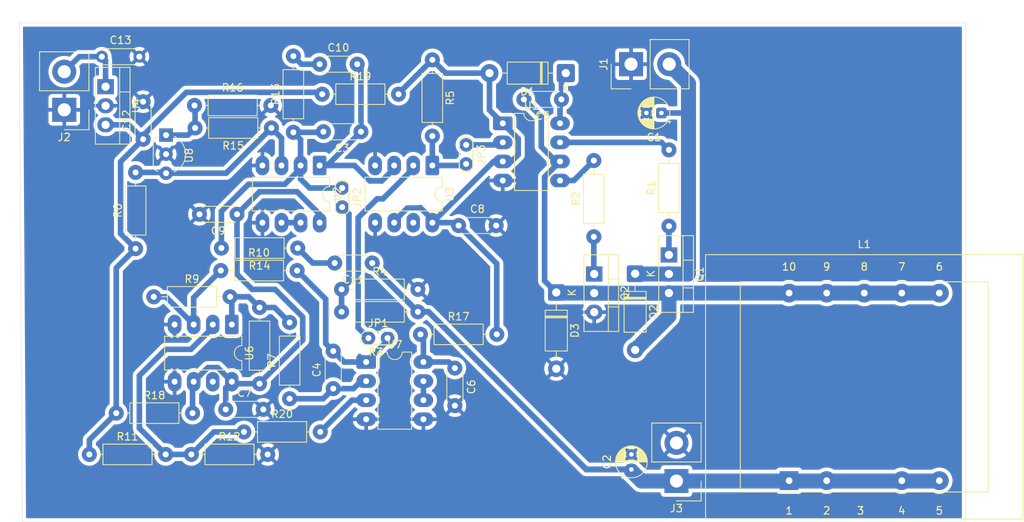
<source format=kicad_pcb>
(kicad_pcb (version 20241229) (generator "pcbnew") (generator_version "9.0")
  (layers (0 "F.Cu" signal) (2 "B.Cu" signal) (13 "F.Paste" user) (15 "B.Paste" user) (5 "F.SilkS" user "F.Silkscreen") (7 "B.SilkS" user "B.Silkscreen") (1 "F.Mask" user) (3 "B.Mask" user) (25 "Edge.Cuts" user))
  (net 0 "")
  (net 1 "Vout")
  (net 2 "Vs")
  (net 3 "PWM")
  (net 4 "Net-(JP3-B)")
  (net 5 "Vf")
  (net 6 "Net-(JP2-A)")
  (net 7 "Triangular")
  (net 8 "Net-(JP1-A)")
  (net 9 "Vcc")
  (net 10 "Vho")
  (net 11 "Net-(Q1-G)")
  (net 12 "Net-(Q2-G)")
  (net 13 "Vlo")
  (net 14 "GND")
  (net 15 "Vin")
  (net 16 "Net-(U2A-+)")
  (net 17 "Net-(R7-Pad2)")
  (net 18 "Net-(U7A--)")
  (net 19 "Net-(U6A-+)")
  (net 20 "Vcc{slash}2")
  (net 21 "Vreg")
  (net 22 "Net-(U7B--)")
  (net 25 "Net-(U3A-+)")
  (net 26 "Net-(U2B--)")
  (net 27 "Vb")
  (net 28 "Net-(C10-Pad1)")
  (net 29 "Net-(C11-Pad2)")
  (net 30 "Net-(U8-REF)")
  (footprint "Package_DIP:DIP-8_W7.62mm_LongPads" (layer "F.Cu") (at 158.81 67.69 -90)
    (property "Reference" "U6" (at 3.81 -2.33 90) (layer "F.SilkS"))
    (property "Value" "LM393")
    (pad "1" thru_hole roundrect (at 0 0 270) (size 2.6 1.8) (drill 0.8) (layers "*.Cu" "*.Mask") (roundrect_rratio 0.15625) (net 17 "Net-(R7-Pad2)"))
    (pad "2" thru_hole oval (at 0 2.54 270) (size 2.6 1.8) (drill 0.8) (layers "*.Cu" "*.Mask") (net 20 "Vcc{slash}2"))
    (pad "3" thru_hole oval (at 0 5.08 270) (size 2.6 1.8) (drill 0.8) (layers "*.Cu" "*.Mask") (net 19 "Net-(U6A-+)"))
    (pad "4" thru_hole oval (at 0 7.62 270) (size 2.6 1.8) (drill 0.8) (layers "*.Cu" "*.Mask") (net 14 "GND"))
    (pad "5" thru_hole oval (at 7.62 7.62 270) (size 2.6 1.8) (drill 0.8) (layers "*.Cu" "*.Mask") (net 14 "GND"))
    (pad "6" thru_hole oval (at 7.62 5.08 270) (size 2.6 1.8) (drill 0.8) (layers "*.Cu" "*.Mask") (net 9 "Vcc"))
    (pad "7" thru_hole oval (at 7.62 2.54 270) (size 2.6 1.8) (drill 0.8) (layers "*.Cu" "*.Mask"))
    (pad "8" thru_hole oval (at 7.62 0 270) (size 2.6 1.8) (drill 0.8) (layers "*.Cu" "*.Mask") (net 9 "Vcc"))
  )
  (footprint "Package_DIP:DIP-8_W7.62mm_LongPads" (layer "F.Cu") (at 170.5 46.5 -90)
    (property "Reference" "U2" (at 3.81 -2.33 90) (layer "F.SilkS"))
    (property "Value" "TL072")
    (pad "1" thru_hole roundrect (at 0 0 270) (size 2.6 1.8) (drill 0.8) (layers "*.Cu" "*.Mask") (roundrect_rratio 0.15625) (net 25 "Net-(U3A-+)"))
    (pad "2" thru_hole oval (at 0 2.54 270) (size 2.6 1.8) (drill 0.8) (layers "*.Cu" "*.Mask") (net 6 "Net-(JP2-A)"))
    (pad "3" thru_hole oval (at 0 5.08 270) (size 2.6 1.8) (drill 0.8) (layers "*.Cu" "*.Mask") (net 16 "Net-(U2A-+)"))
    (pad "4" thru_hole oval (at 0 7.62 270) (size 2.6 1.8) (drill 0.8) (layers "*.Cu" "*.Mask") (net 14 "GND"))
    (pad "5" thru_hole oval (at 7.62 7.62 270) (size 2.6 1.8) (drill 0.8) (layers "*.Cu" "*.Mask") (net 14 "GND"))
    (pad "6" thru_hole oval (at 7.62 5.08 270) (size 2.6 1.8) (drill 0.8) (layers "*.Cu" "*.Mask") (net 26 "Net-(U2B--)"))
    (pad "7" thru_hole oval (at 7.62 2.54 270) (size 2.6 1.8) (drill 0.8) (layers "*.Cu" "*.Mask") (net 26 "Net-(U2B--)"))
    (pad "8" thru_hole oval (at 7.62 0 270) (size 2.6 1.8) (drill 0.8) (layers "*.Cu" "*.Mask") (net 9 "Vcc"))
  )
  (footprint "Connector_Samtec_HPM_THT:Samtec_HPM-02-01-x-S_Straight_1x02_Pitch5.08mm" (layer "F.Cu") (at 136.5 39.08 180)
    (property "Reference" "J2" (at 0 -3.65 0) (layer "F.SilkS"))
    (property "Value" "Screw_Terminal_01x02")
    (pad "1" thru_hole rect (at 0 0 180) (size 3.2 3.2) (drill 1.75) (layers "*.Cu" "*.Mask") (net 14 "GND"))
    (pad "2" thru_hole circle (at 0 5.08 180) (size 3.2 3.2) (drill 1.75) (layers "*.Cu" "*.Mask") (net 21 "Vreg"))
  )
  (footprint "Resistor_THT:R_Axial_DIN0207_L6.3mm_D2.5mm_P10.16mm_Horizontal" (layer "F.Cu") (at 148.42 64)
    (property "Reference" "R9" (at 5.08 -2.37 0) (layer "F.SilkS"))
    (property "Value" "50k")
    (pad "1" thru_hole circle (at 0 0) (size 2 2) (drill 0.8) (layers "*.Cu" "*.Mask") (net 19 "Net-(U6A-+)"))
    (pad "2" thru_hole circle (at 10.16 0) (size 2 2) (drill 0.8) (layers "*.Cu" "*.Mask") (net 17 "Net-(R7-Pad2)"))
  )
  (footprint "Resistor_THT:R_Axial_DIN0207_L6.3mm_D2.5mm_P10.16mm_Horizontal" (layer "F.Cu") (at 160.42 82)
    (property "Reference" "R20" (at 5.08 -2.37 0) (layer "F.SilkS"))
    (property "Value" "0")
    (pad "1" thru_hole circle (at 0 0) (size 2 2) (drill 0.8) (layers "*.Cu" "*.Mask") (net 20 "Vcc{slash}2"))
    (pad "2" thru_hole circle (at 10.16 0) (size 2 2) (drill 0.8) (layers "*.Cu" "*.Mask") (net 20 "Vcc{slash}2"))
  )
  (footprint "Resistor_THT:R_Axial_DIN0207_L6.3mm_D2.5mm_P10.16mm_Horizontal" (layer "F.Cu") (at 167.58 57.5 180)
    (property "Reference" "R14" (at 5.08 -2.37 0) (layer "F.SilkS"))
    (property "Value" "R")
    (pad "1" thru_hole circle (at 0 0 180) (size 2 2) (drill 0.8) (layers "*.Cu" "*.Mask") (net 29 "Net-(C11-Pad2)"))
    (pad "2" thru_hole circle (at 10.16 0 180) (size 2 2) (drill 0.8) (layers "*.Cu" "*.Mask") (net 6 "Net-(JP2-A)"))
  )
  (footprint "Package_TO_SOT_THT:TO-220-3_Vertical" (layer "F.Cu") (at 142 36 -90)
    (property "Reference" "U4" (at 2.54 -4.1 90) (layer "F.SilkS"))
    (property "Value" "L7809")
    (pad "1" thru_hole rect (at 0 0 270) (size 2 2.2) (drill 1.1) (layers "*.Cu" "*.Mask") (net 21 "Vreg"))
    (pad "2" thru_hole oval (at 2.54 0 270) (size 2 2.2) (drill 1.1) (layers "*.Cu" "*.Mask") (net 14 "GND"))
    (pad "3" thru_hole oval (at 5.08 0 270) (size 2 2.2) (drill 1.1) (layers "*.Cu" "*.Mask") (net 9 "Vcc"))
  )
  (footprint "Capacitor_THT:C_Disc_D4.3mm_W1.9mm_P5.00mm" (layer "F.Cu") (at 172.31 76.23 90)
    (property "Reference" "C4" (at 2.5 -2.2 90) (layer "F.SilkS"))
    (property "Value" "220p")
    (pad "1" thru_hole circle (at 0 0 90) (size 2 2) (drill 0.8) (layers "*.Cu" "*.Mask") (net 18 "Net-(U7A--)"))
    (pad "2" thru_hole circle (at 5 0 90) (size 2 2) (drill 0.8) (layers "*.Cu" "*.Mask") (net 7 "Triangular"))
  )
  (footprint "Package_TO_SOT_THT:TO-92L_Inline_Wide" (layer "F.Cu") (at 150.05 42.45 -90)
    (property "Reference" "U8" (at 2.71 -3.05 90) (layer "F.SilkS"))
    (property "Value" "TL431LP")
    (pad "1" thru_hole rect (at 0 0 270) (size 1.8 1.8) (drill 0.8) (layers "*.Cu" "*.Mask") (net 30 "Net-(U8-REF)"))
    (pad "2" thru_hole circle (at 2.54 0 270) (size 1.8 1.8) (drill 0.8) (layers "*.Cu" "*.Mask") (net 14 "GND"))
    (pad "3" thru_hole circle (at 5.08 0 270) (size 1.8 1.8) (drill 0.8) (layers "*.Cu" "*.Mask") (net 16 "Net-(U2A-+)"))
  )
  (footprint "Resistor_THT:R_Axial_DIN0207_L6.3mm_D2.5mm_P10.16mm_Horizontal" (layer "F.Cu") (at 143.42 79.5)
    (property "Reference" "R18" (at 5.08 -2.37 0) (layer "F.SilkS"))
    (property "Value" "0")
    (pad "1" thru_hole circle (at 0 0) (size 2 2) (drill 0.8) (layers "*.Cu" "*.Mask") (net 9 "Vcc"))
    (pad "2" thru_hole circle (at 10.16 0) (size 2 2) (drill 0.8) (layers "*.Cu" "*.Mask") (net 9 "Vcc"))
  )
  (footprint "Package_TO_SOT_THT:TO-220-3_Vertical" (layer "F.Cu") (at 207.05 60.96 -90)
    (property "Reference" "Q2" (at 2.54 -4.1 90) (layer "F.SilkS"))
    (property "Value" "IRLZ44N")
    (pad "1" thru_hole rect (at 0 0 270) (size 2 2.2) (drill 1.1) (layers "*.Cu" "*.Mask") (net 12 "Net-(Q2-G)"))
    (pad "2" thru_hole oval (at 2.54 0 270) (size 2 2.2) (drill 1.1) (layers "*.Cu" "*.Mask") (net 2 "Vs"))
    (pad "3" thru_hole oval (at 5.08 0 270) (size 2 2.2) (drill 1.1) (layers "*.Cu" "*.Mask") (net 14 "GND"))
  )
  (footprint "TestPoint:TestPoint_2Pads_Pitch2.54mm_Drill0.8mm" (layer "F.Cu") (at 173.5 49.5 -90)
    (property "Reference" "JP2" (at 1.3 -2 90) (layer "F.SilkS"))
    (property "Value" "Jumper_2_Bridged")
    (pad "1" thru_hole circle (at 0 0 270) (size 1.8 1.8) (drill 0.8) (layers "*.Cu" "*.Mask") (net 6 "Net-(JP2-A)"))
    (pad "2" thru_hole circle (at 2.54 0 270) (size 1.8 1.8) (drill 0.8) (layers "*.Cu" "*.Mask") (net 5 "Vf"))
  )
  (footprint "TestPoint:TestPoint_2Pads_Pitch2.54mm_Drill0.8mm" (layer "F.Cu") (at 190 43.75 -90)
    (property "Reference" "JP3" (at 1.3 -2 90) (layer "F.SilkS"))
    (property "Value" "Jumper_2_Bridged")
    (pad "1" thru_hole circle (at 0 0 270) (size 1.8 1.8) (drill 0.8) (layers "*.Cu" "*.Mask") (net 3 "PWM"))
    (pad "2" thru_hole circle (at 2.54 0 270) (size 1.8 1.8) (drill 0.8) (layers "*.Cu" "*.Mask") (net 4 "Net-(JP3-B)"))
  )
  (footprint "Resistor_THT:R_Axial_DIN0207_L6.3mm_D2.5mm_P10.16mm_Horizontal" (layer "F.Cu") (at 166.5 77.58 90)
    (property "Reference" "R7" (at 5.08 -2.37 90) (layer "F.SilkS"))
    (property "Value" "27k")
    (pad "1" thru_hole circle (at 0 0 90) (size 2 2) (drill 0.8) (layers "*.Cu" "*.Mask") (net 18 "Net-(U7A--)"))
    (pad "2" thru_hole circle (at 10.16 0 90) (size 2 2) (drill 0.8) (layers "*.Cu" "*.Mask") (net 17 "Net-(R7-Pad2)"))
  )
  (footprint "Diode_THT:D_DO-41_SOD81_P10.16mm_Horizontal" (layer "F.Cu") (at 202 63.42 -90)
    (property "Reference" "D3" (at 5.08 -2.47 90) (layer "F.SilkS"))
    (property "Value" "1N5819")
    (fp_text user "K" (at 0 -2.1 90) (layer "F.SilkS"))
    (pad "1" thru_hole roundrect (at 0 0 270) (size 2.2 2.2) (drill 1.1) (layers "*.Cu" "*.Mask") (roundrect_rratio 0.113636) (net 2 "Vs"))
    (pad "2" thru_hole circle (at 10.16 0 270) (size 2.2 2.2) (drill 1.1) (layers "*.Cu" "*.Mask") (net 14 "GND"))
  )
  (footprint "Resistor_THT:R_Axial_DIN0207_L6.3mm_D2.5mm_P10.16mm_Horizontal" (layer "F.Cu") (at 153.42 85)
    (property "Reference" "R12" (at 5.08 -2.37 0) (layer "F.SilkS"))
    (property "Value" "10k")
    (pad "1" thru_hole circle (at 0 0) (size 2 2) (drill 0.8) (layers "*.Cu" "*.Mask") (net 20 "Vcc{slash}2"))
    (pad "2" thru_hole circle (at 10.16 0) (size 2 2) (drill 0.8) (layers "*.Cu" "*.Mask") (net 14 "GND"))
  )
  (footprint "Capacitor_THT:CP_Radial_D4.0mm_P2.00mm" (layer "F.Cu") (at 212 87 90)
    (property "Reference" "C2" (at 1 -3.25 90) (layer "F.SilkS"))
    (property "Value" "47u")
    (pad "1" thru_hole roundrect (at 0 0 90) (size 1.4 1.4) (drill 0.6) (layers "*.Cu" "*.Mask") (roundrect_rratio 0.208333) (net 1 "Vout"))
    (pad "2" thru_hole circle (at 2 0 90) (size 1.4 1.4) (drill 0.6) (layers "*.Cu" "*.Mask") (net 14 "GND"))
  )
  (footprint "Capacitor_THT:C_Disc_D4.3mm_W1.9mm_P5.00mm" (layer "F.Cu") (at 188.5 73.5 -90)
    (property "Reference" "C6" (at 2.5 -2.2 90) (layer "F.SilkS"))
    (property "Value" "100n")
    (pad "1" thru_hole circle (at 0 0 270) (size 2 2) (drill 0.8) (layers "*.Cu" "*.Mask") (net 9 "Vcc"))
    (pad "2" thru_hole circle (at 5 0 270) (size 2 2) (drill 0.8) (layers "*.Cu" "*.Mask") (net 14 "GND"))
  )
  (footprint "Capacitor_THT:C_Disc_D4.3mm_W1.9mm_P5.00mm" (layer "F.Cu") (at 158 79)
    (property "Reference" "C7" (at 2.5 -2.2 0) (layer "F.SilkS"))
    (property "Value" "100n")
    (pad "1" thru_hole circle (at 0 0) (size 2 2) (drill 0.8) (layers "*.Cu" "*.Mask") (net 9 "Vcc"))
    (pad "2" thru_hole circle (at 5 0) (size 2 2) (drill 0.8) (layers "*.Cu" "*.Mask") (net 14 "GND"))
  )
  (footprint "Package_DIP:DIP-8_W7.62mm_LongPads" (layer "F.Cu") (at 176.69 72.69)
    (property "Reference" "U7" (at 3.81 -2.33 0) (layer "F.SilkS"))
    (property "Value" "TL072")
    (pad "1" thru_hole roundrect (at 0 0) (size 2.6 1.8) (drill 0.8) (layers "*.Cu" "*.Mask") (roundrect_rratio 0.15625) (net 7 "Triangular"))
    (pad "2" thru_hole oval (at 0 2.54) (size 2.6 1.8) (drill 0.8) (layers "*.Cu" "*.Mask") (net 18 "Net-(U7A--)"))
    (pad "3" thru_hole oval (at 0 5.08) (size 2.6 1.8) (drill 0.8) (layers "*.Cu" "*.Mask") (net 20 "Vcc{slash}2"))
    (pad "4" thru_hole oval (at 0 7.62) (size 2.6 1.8) (drill 0.8) (layers "*.Cu" "*.Mask") (net 14 "GND"))
    (pad "5" thru_hole oval (at 7.62 7.62) (size 2.6 1.8) (drill 0.8) (layers "*.Cu" "*.Mask") (net 14 "GND"))
    (pad "6" thru_hole oval (at 7.62 5.08) (size 2.6 1.8) (drill 0.8) (layers "*.Cu" "*.Mask") (net 22 "Net-(U7B--)"))
    (pad "7" thru_hole oval (at 7.62 2.54) (size 2.6 1.8) (drill 0.8) (layers "*.Cu" "*.Mask") (net 22 "Net-(U7B--)"))
    (pad "8" thru_hole oval (at 7.62 0) (size 2.6 1.8) (drill 0.8) (layers "*.Cu" "*.Mask") (net 9 "Vcc"))
  )
  (footprint "Resistor_THT:R_Axial_DIN0207_L6.3mm_D2.5mm_P10.16mm_Horizontal" (layer "F.Cu") (at 164.08 41.5 180)
    (property "Reference" "R15" (at 5.08 -2.37 0) (layer "F.SilkS"))
    (property "Value" "9k")
    (pad "1" thru_hole circle (at 0 0 180) (size 2 2) (drill 0.8) (layers "*.Cu" "*.Mask") (net 16 "Net-(U2A-+)"))
    (pad "2" thru_hole circle (at 10.16 0 180) (size 2 2) (drill 0.8) (layers "*.Cu" "*.Mask") (net 30 "Net-(U8-REF)"))
  )
  (footprint "Capacitor_THT:C_Disc_D4.3mm_W1.9mm_P5.00mm" (layer "F.Cu") (at 202.69 37.69 180)
    (property "Reference" "C5" (at 2.5 -2.2 0) (layer "F.SilkS"))
    (property "Value" "10n")
    (pad "1" thru_hole circle (at 0 0 180) (size 2 2) (drill 0.8) (layers "*.Cu" "*.Mask") (net 27 "Vb"))
    (pad "2" thru_hole circle (at 5 0 180) (size 2 2) (drill 0.8) (layers "*.Cu" "*.Mask") (net 2 "Vs"))
  )
  (footprint "Capacitor_THT:C_Disc_D4.3mm_W1.9mm_P5.00mm" (layer "F.Cu") (at 189 54.5)
    (property "Reference" "C8" (at 2.5 -2.2 0) (layer "F.SilkS"))
    (property "Value" "100n")
    (pad "1" thru_hole circle (at 0 0) (size 2 2) (drill 0.8) (layers "*.Cu" "*.Mask") (net 9 "Vcc"))
    (pad "2" thru_hole circle (at 5 0) (size 2 2) (drill 0.8) (layers "*.Cu" "*.Mask") (net 14 "GND"))
  )
  (footprint "Resistor_THT:R_Axial_DIN0207_L6.3mm_D2.5mm_P10.16mm_Horizontal" (layer "F.Cu") (at 146 57.58 90)
    (property "Reference" "R6" (at 5.08 -2.37 90) (layer "F.SilkS"))
    (property "Value" "1k")
    (pad "1" thru_hole circle (at 0 0 90) (size 2 2) (drill 0.8) (layers "*.Cu" "*.Mask") (net 9 "Vcc"))
    (pad "2" thru_hole circle (at 10.16 0 90) (size 2 2) (drill 0.8) (layers "*.Cu" "*.Mask") (net 16 "Net-(U2A-+)"))
  )
  (footprint "Resistor_THT:R_Axial_DIN0207_L6.3mm_D2.5mm_P10.16mm_Horizontal" (layer "F.Cu") (at 217 54.58 90)
    (property "Reference" "R1" (at 5.08 -2.37 90) (layer "F.SilkS"))
    (property "Value" "10")
    (pad "1" thru_hole circle (at 0 0 90) (size 2 2) (drill 0.8) (layers "*.Cu" "*.Mask") (net 11 "Net-(Q1-G)"))
    (pad "2" thru_hole circle (at 10.16 0 90) (size 2 2) (drill 0.8) (layers "*.Cu" "*.Mask") (net 10 "Vho"))
  )
  (footprint "Package_TO_SOT_THT:TO-220-3_Vertical" (layer "F.Cu") (at 217 58.42 -90)
    (property "Reference" "Q1" (at 2.54 -4.1 90) (layer "F.SilkS"))
    (property "Value" "IRLZ44N")
    (pad "1" thru_hole rect (at 0 0 270) (size 2 2.2) (drill 1.1) (layers "*.Cu" "*.Mask") (net 11 "Net-(Q1-G)"))
    (pad "2" thru_hole oval (at 2.54 0 270) (size 2 2.2) (drill 1.1) (layers "*.Cu" "*.Mask") (net 15 "Vin"))
    (pad "3" thru_hole oval (at 5.08 0 270) (size 2 2.2) (drill 1.1) (layers "*.Cu" "*.Mask") (net 2 "Vs"))
  )
  (footprint "Capacitor_THT:C_Disc_D4.3mm_W1.9mm_P5.00mm" (layer "F.Cu") (at 177.5 59.5 180)
    (property "Reference" "C11" (at 2.5 -2.2 0) (layer "F.SilkS"))
    (property "Value" "C")
    (pad "1" thru_hole circle (at 0 0 180) (size 2 2) (drill 0.8) (layers "*.Cu" "*.Mask") (net 1 "Vout"))
    (pad "2" thru_hole circle (at 5 0 180) (size 2 2) (drill 0.8) (layers "*.Cu" "*.Mask") (net 29 "Net-(C11-Pad2)"))
  )
  (footprint "Resistor_THT:R_Axial_DIN0207_L6.3mm_D2.5mm_P10.16mm_Horizontal" (layer "F.Cu") (at 183.92 69)
    (property "Reference" "R17" (at 5.08 -2.37 0) (layer "F.SilkS"))
    (property "Value" "0")
    (pad "1" thru_hole circle (at 0 0) (size 2 2) (drill 0.8) (layers "*.Cu" "*.Mask") (net 9 "Vcc"))
    (pad "2" thru_hole circle (at 10.16 0) (size 2 2) (drill 0.8) (layers "*.Cu" "*.Mask") (net 9 "Vcc"))
  )
  (footprint "TestPoint:TestPoint_2Pads_Pitch2.54mm_Drill0.8mm" (layer "F.Cu") (at 177 69.5)
    (property "Reference" "JP1" (at 1.3 -2 0) (layer "F.SilkS"))
    (property "Value" "Jumper_2_Bridged")
    (pad "1" thru_hole circle (at 0 0) (size 1.8 1.8) (drill 0.8) (layers "*.Cu" "*.Mask") (net 8 "Net-(JP1-A)"))
    (pad "2" thru_hole circle (at 2.54 0) (size 1.8 1.8) (drill 0.8) (layers "*.Cu" "*.Mask") (net 7 "Triangular"))
  )
  (footprint "Capacitor_THT:C_Disc_D4.3mm_W1.9mm_P5.00mm" (layer "F.Cu") (at 147 43 90)
    (property "Reference" "C12" (at 2.5 -2.2 90) (layer "F.SilkS"))
    (property "Value" "10n")
    (pad "1" thru_hole circle (at 0 0 90) (size 2 2) (drill 0.8) (layers "*.Cu" "*.Mask") (net 9 "Vcc"))
    (pad "2" thru_hole circle (at 5 0 90) (size 2 2) (drill 0.8) (layers "*.Cu" "*.Mask") (net 14 "GND"))
  )
  (footprint "Capacitor_THT:C_Disc_D4.3mm_W1.9mm_P5.00mm" (layer "F.Cu") (at 170.5 33)
    (property "Reference" "C10" (at 2.5 -2.2 0) (layer "F.SilkS"))
    (property "Value" "C")
    (pad "1" thru_hole circle (at 0 0) (size 2 2) (drill 0.8) (layers "*.Cu" "*.Mask") (net 28 "Net-(C10-Pad1)"))
    (pad "2" thru_hole circle (at 5 0) (size 2 2) (drill 0.8) (layers "*.Cu" "*.Mask") (net 25 "Net-(U3A-+)"))
  )
  (footprint "Capacitor_THT:CP_Radial_D4.0mm_P2.00mm" (layer "F.Cu") (at 216 39.5 180)
    (property "Reference" "C1" (at 1 -3.25 0) (layer "F.SilkS"))
    (property "Value" "100u")
    (pad "1" thru_hole roundrect (at 0 0 180) (size 1.4 1.4) (drill 0.6) (layers "*.Cu" "*.Mask") (roundrect_rratio 0.208333) (net 15 "Vin"))
    (pad "2" thru_hole circle (at 2 0 180) (size 1.4 1.4) (drill 0.6) (layers "*.Cu" "*.Mask") (net 14 "GND"))
  )
  (footprint "Resistor_THT:R_Axial_DIN0207_L6.3mm_D2.5mm_P10.16mm_Horizontal" (layer "F.Cu") (at 207 56 90)
    (property "Reference" "R2" (at 5.08 -2.37 90) (layer "F.SilkS"))
    (property "Value" "10")
    (pad "1" thru_hole circle (at 0 0 90) (size 2 2) (drill 0.8) (layers "*.Cu" "*.Mask") (net 12 "Net-(Q2-G)"))
    (pad "2" thru_hole circle (at 10.16 0 90) (size 2 2) (drill 0.8) (layers "*.Cu" "*.Mask") (net 13 "Vlo"))
  )
  (footprint "Resistor_THT:R_Axial_DIN0207_L6.3mm_D2.5mm_P10.16mm_Horizontal" (layer "F.Cu") (at 157.34 60.5)
    (property "Reference" "R10" (at 5.08 -2.37 0) (layer "F.SilkS"))
    (property "Value" "24k")
    (pad "1" thru_hole circle (at 0 0) (size 2 2) (drill 0.8) (layers "*.Cu" "*.Mask") (net 19 "Net-(U6A-+)"))
    (pad "2" thru_hole circle (at 10.16 0) (size 2 2) (drill 0.8) (layers "*.Cu" "*.Mask") (net 7 "Triangular"))
  )
  (footprint "Resistor_THT:R_Axial_DIN0207_L6.3mm_D2.5mm_P10.16mm_Horizontal" (layer "F.Cu") (at 162.5 75.58 90)
    (property "Reference" "R8" (hide yes))
    (property "Value" "820")
    (pad "1" thru_hole circle (at 0 0 90) (size 2 2) (drill 0.8) (layers "*.Cu" "*.Mask") (net 9 "Vcc"))
    (pad "2" thru_hole circle (at 10.16 0 90) (size 2 2) (drill 0.8) (layers "*.Cu" "*.Mask") (net 17 "Net-(R7-Pad2)"))
  )
  (footprint "Resistor_THT:R_Axial_DIN0207_L6.3mm_D2.5mm_P10.16mm_Horizontal" (layer "F.Cu") (at 185.5 32.42 -90)
    (property "Reference" "R5" (at 5.08 -2.37 90) (layer "F.SilkS"))
    (property "Value" "820")
    (pad "1" thru_hole circle (at 0 0 270) (size 2 2) (drill 0.8) (layers "*.Cu" "*.Mask") (net 9 "Vcc"))
    (pad "2" thru_hole circle (at 10.16 0 270) (size 2 2) (drill 0.8) (layers "*.Cu" "*.Mask") (net 4 "Net-(JP3-B)"))
  )
  (footprint "Package_DIP:DIP-8_W7.62mm_LongPads" (layer "F.Cu") (at 185.5 46.5 -90)
    (property "Reference" "U3" (at 3.81 -2.33 90) (layer "F.SilkS"))
    (property "Value" "LM393")
    (pad "1" thru_hole roundrect (at 0 0 270) (size 2.6 1.8) (drill 0.8) (layers "*.Cu" "*.Mask") (roundrect_rratio 0.15625) (net 4 "Net-(JP3-B)"))
    (pad "2" thru_hole oval (at 0 2.54 270) (size 2.6 1.8) (drill 0.8) (layers "*.Cu" "*.Mask") (net 8 "Net-(JP1-A)"))
    (pad "3" thru_hole oval (at 0 5.08 270) (size 2.6 1.8) (drill 0.8) (layers "*.Cu" "*.Mask") (net 25 "Net-(U3A-+)"))
    (pad "4" thru_hole oval (at 0 7.62 270) (size 2.6 1.8) (drill 0.8) (layers "*.Cu" "*.Mask") (net 14 "GND"))
    (pad "5" thru_hole oval (at 7.62 7.62 270) (size 2.6 1.8) (drill 0.8) (layers "*.Cu" "*.Mask") (net 14 "GND"))
    (pad "6" thru_hole oval (at 7.62 5.08 270) (size 2.6 1.8) (drill 0.8) (layers "*.Cu" "*.Mask") (net 9 "Vcc"))
    (pad "7" thru_hole oval (at 7.62 2.54 270) (size 2.6 1.8) (drill 0.8) (layers "*.Cu" "*.Mask"))
    (pad "8" thru_hole oval (at 7.62 0 270) (size 2.6 1.8) (drill 0.8) (layers "*.Cu" "*.Mask") (net 9 "Vcc"))
  )
  (footprint "Package_DIP:DIP-8_W7.62mm_LongPads" (layer "F.Cu") (at 194.88 40.88)
    (property "Reference" "U1" (at 3.81 -2.33 0) (layer "F.SilkS"))
    (property "Value" "IR2104")
    (pad "1" thru_hole roundrect (at 0 0) (size 2.6 1.8) (drill 0.8) (layers "*.Cu" "*.Mask") (roundrect_rratio 0.15625) (net 9 "Vcc"))
    (pad "2" thru_hole oval (at 0 2.54) (size 2.6 1.8) (drill 0.8) (layers "*.Cu" "*.Mask") (net 3 "PWM"))
    (pad "3" thru_hole oval (at 0 5.08) (size 2.6 1.8) (drill 0.8) (layers "*.Cu" "*.Mask") (net 9 "Vcc"))
    (pad "4" thru_hole oval (at 0 7.62) (size 2.6 1.8) (drill 0.8) (layers "*.Cu" "*.Mask") (net 14 "GND"))
    (pad "5" thru_hole oval (at 7.62 7.62) (size 2.6 1.8) (drill 0.8) (layers "*.Cu" "*.Mask") (net 13 "Vlo"))
    (pad "6" thru_hole oval (at 7.62 5.08) (size 2.6 1.8) (drill 0.8) (layers "*.Cu" "*.Mask") (net 2 "Vs"))
    (pad "7" thru_hole oval (at 7.62 2.54) (size 2.6 1.8) (drill 0.8) (layers "*.Cu" "*.Mask") (net 10 "Vho"))
    (pad "8" thru_hole oval (at 7.62 0) (size 2.6 1.8) (drill 0.8) (layers "*.Cu" "*.Mask") (net 27 "Vb"))
  )
  (footprint "Diode_THT:D_DO-41_SOD81_P10.16mm_Horizontal" (layer "F.Cu") (at 203.27 34.19 180)
    (property "Reference" "D1" (at 5.08 -2.47 0) (layer "F.SilkS"))
    (property "Value" "1N5819")
    (fp_text user "K" (at 0 -2.1 0) (layer "F.SilkS"))
    (pad "1" thru_hole roundrect (at 0 0 180) (size 2.4 2.4) (drill 1.1) (layers "*.Cu" "*.Mask") (roundrect_rratio 0.113636) (net 27 "Vb"))
    (pad "2" thru_hole circle (at 10.16 0 180) (size 2.4 2.4) (drill 1.1) (layers "*.Cu" "*.Mask") (net 9 "Vcc"))
  )
  (footprint "Resistor_THT:R_Axial_DIN0207_L6.3mm_D2.5mm_P10.16mm_Horizontal" (layer "F.Cu") (at 139.84 85)
    (property "Reference" "R11" (at 5.08 -2.37 0) (layer "F.SilkS"))
    (property "Value" "10k")
    (pad "1" thru_hole circle (at 0 0) (size 2 2) (drill 0.8) (layers "*.Cu" "*.Mask") (net 9 "Vcc"))
    (pad "2" thru_hole circle (at 10.16 0) (size 2 2) (drill 0.8) (layers "*.Cu" "*.Mask") (net 20 "Vcc{slash}2"))
  )
  (footprint "Connector_Samtec_HPM_THT:Samtec_HPM-02-01-x-S_Straight_1x02_Pitch5.08mm" (layer "F.Cu") (at 211.955 33 90)
    (property "Reference" "J1" (at 0 -3.65 90) (layer "F.SilkS"))
    (property "Value" "Screw_Terminal_01x02")
    (pad "1" thru_hole rect (at 0 0 90) (size 3.2 3.2) (drill 1.75) (layers "*.Cu" "*.Mask") (net 14 "GND"))
    (pad "2" thru_hole circle (at 0 5.08 90) (size 3.2 3.2) (drill 1.75) (layers "*.Cu" "*.Mask") (net 15 "Vin"))
  )
  (footprint "Capacitor_THT:C_Disc_D4.3mm_W1.9mm_P5.00mm" (layer "F.Cu") (at 159.5 53 180)
    (property "Reference" "C9" (at 2.5 -2.2 0) (layer "F.SilkS"))
    (property "Value" "100n")
    (pad "1" thru_hole circle (at 0 0 180) (size 2 2) (drill 0.8) (layers "*.Cu" "*.Mask") (net 9 "Vcc"))
    (pad "2" thru_hole circle (at 5 0 180) (size 2 2) (drill 0.8) (layers "*.Cu" "*.Mask") (net 14 "GND"))
  )
  (footprint "Capacitor_THT:C_Disc_D4.3mm_W1.9mm_P5.00mm" (layer "F.Cu") (at 176 42 180)
    (property "Reference" "C3" (at 2.5 -2.2 0) (layer "F.SilkS"))
    (property "Value" "C")
    (pad "1" thru_hole circle (at 0 0 180) (size 2 2) (drill 0.8) (layers "*.Cu" "*.Mask") (net 25 "Net-(U3A-+)"))
    (pad "2" thru_hole circle (at 5 0 180) (size 2 2) (drill 0.8) (layers "*.Cu" "*.Mask") (net 6 "Net-(JP2-A)"))
  )
  (footprint "Resistor_THT:R_Axial_DIN0207_L6.3mm_D2.5mm_P10.16mm_Horizontal" (layer "F.Cu") (at 173.42 63)
    (property "Reference" "R4" (at 5.08 -2.37 0) (layer "F.SilkS"))
    (property "Value" "3.9k")
    (pad "1" thru_hole circle (at 0 0) (size 2 2) (drill 0.8) (layers "*.Cu" "*.Mask") (net 5 "Vf"))
    (pad "2" thru_hole circle (at 10.16 0) (size 2 2) (drill 0.8) (layers "*.Cu" "*.Mask") (net 14 "GND"))
  )
  (footprint "Connector_Samtec_HPM_THT:Samtec_HPM-02-01-x-S_Straight_1x02_Pitch5.08mm" (layer "F.Cu") (at 218 88.545 180)
    (property "Reference" "J3" (at 0 -3.65 0) (layer "F.SilkS"))
    (property "Value" "Screw_Terminal_01x02")
    (pad "1" thru_hole rect (at 0 0 180) (size 3.2 3.2) (drill 1.75) (layers "*.Cu" "*.Mask") (net 1 "Vout"))
    (pad "2" thru_hole circle (at 0 5.08 180) (size 3.2 3.2) (drill 1.75) (layers "*.Cu" "*.Mask") (net 14 "GND"))
  )
  (footprint "Resistor_THT:R_Axial_DIN0207_L6.3mm_D2.5mm_P10.16mm_Horizontal" (layer "F.Cu") (at 170.84 37)
    (property "Reference" "R19" (at 5.08 -2.37 0) (layer "F.SilkS"))
    (property "Value" "0")
    (pad "1" thru_hole circle (at 0 0) (size 2 2) (drill 0.8) (layers "*.Cu" "*.Mask") (net 9 "Vcc"))
    (pad "2" thru_hole circle (at 10.16 0) (size 2 2) (drill 0.8) (layers "*.Cu" "*.Mask") (net 9 "Vcc"))
  )
  (footprint "Resistor_THT:R_Axial_DIN0207_L6.3mm_D2.5mm_P10.16mm_Horizontal" (layer "F.Cu") (at 183.58 66 180)
    (property "Reference" "R3" (at 5.58 -5.37 0) (layer "F.SilkS"))
    (property "Value" "10k")
    (pad "1" thru_hole circle (at 0 0 180) (size 2 2) (drill 0.8) (layers "*.Cu" "*.Mask") (net 1 "Vout"))
    (pad "2" thru_hole circle (at 10.16 0 180) (size 2 2) (drill 0.8) (layers "*.Cu" "*.Mask") (net 5 "Vf"))
  )
  (footprint "Resistor_THT:R_Axial_DIN0207_L6.3mm_D2.5mm_P10.16mm_Horizontal" (layer "F.Cu") (at 153.84 38.5)
    (property "Reference" "R16" (at 5.08 -2.37 0) (layer "F.SilkS"))
    (property "Value" "10k")
    (pad "1" thru_hole circle (at 0 0) (size 2 2) (drill 0.8) (layers "*.Cu" "*.Mask") (net 30 "Net-(U8-REF)"))
    (pad "2" thru_hole circle (at 10.16 0) (size 2 2) (drill 0.8) (layers "*.Cu" "*.Mask") (net 14 "GND"))
  )
  (footprint "Resistor_THT:R_Axial_DIN0207_L6.3mm_D2.5mm_P10.16mm_Horizontal" (layer "F.Cu") (at 167 42.08 90)
    (property "Reference" "R13" (at 5.08 -2.37 90) (layer "F.SilkS"))
    (property "Value" "R")
    (pad "1" thru_hole circle (at 0 0 90) (size 2 2) (drill 0.8) (layers "*.Cu" "*.Mask") (net 6 "Net-(JP2-A)"))
    (pad "2" thru_hole circle (at 10.16 0 90) (size 2 2) (drill 0.8) (layers "*.Cu" "*.Mask") (net 28 "Net-(C10-Pad1)"))
  )
  (footprint "Capacitor_THT:C_Disc_D4.3mm_W1.9mm_P5.00mm" (layer "F.Cu") (at 141.5 32)
    (property "Reference" "C13" (at 2.5 -2.2 0) (layer "F.SilkS"))
    (property "Value" "330n")
    (pad "1" thru_hole circle (at 0 0) (size 1.6 1.6) (drill 0.8) (layers "*.Cu" "*.Mask") (net 21 "Vreg"))
    (pad "2" thru_hole circle (at 5 0) (size 1.6 1.6) (drill 0.8) (layers "*.Cu" "*.Mask") (net 14 "GND"))
  )
  (footprint "Diode_THT:D_DO-41_SOD81_P10.16mm_Horizontal" (layer "F.Cu") (at 212.5 60.92 -90)
    (property "Reference" "D2" (at 5.08 -2.47 90) (layer "F.SilkS"))
    (property "Value" "1N5819")
    (fp_text user "K" (at 0 -2.1 90) (layer "F.SilkS"))
    (pad "1" thru_hole roundrect (at 0 0 270) (size 2.2 2.2) (drill 1.1) (layers "*.Cu" "*.Mask") (roundrect_rratio 0.113636) (net 15 "Vin"))
    (pad "2" thru_hole circle (at 10.16 0 270) (size 2.2 2.2) (drill 1.1) (layers "*.Cu" "*.Mask") (net 2 "Vs"))
  )
  (footprint "Transformer_THT:Transformer_Breve_TEZ-35x42" (layer "F.Cu") (at 233 88.5)
    (property "Reference" "L1" (at 10 -31.5 0) (layer "F.SilkS"))
    (property "Value" "300u")
    (fp_text user "4" (at 15 4 0) (layer "F.SilkS"))
    (fp_text user "3" (at 9.5 4 0) (layer "F.SilkS"))
    (fp_text user "8" (at 10 -28.5 0) (layer "F.SilkS"))
    (fp_text user "10" (at 0 -28.5 0) (layer "F.SilkS"))
    (fp_text user "9" (at 5 -28.5 0) (layer "F.SilkS"))
    (fp_text user "6" (at 20 -28.5 0) (layer "F.SilkS"))
    (fp_text user "2" (at 5 4 0) (layer "F.SilkS"))
    (fp_text user "7" (at 15 -28.5 0) (layer "F.SilkS"))
    (fp_text user "1" (at 0 4 0) (layer "F.SilkS"))
    (fp_text user "5" (at 20 4 0) (layer "F.SilkS"))
    (pad "1" thru_hole circle (at 0 -25) (size 2.5 2.5) (drill 0.9) (layers "*.Cu" "*.Mask") (net 2 "Vs"))
    (pad "1" thru_hole circle (at 5 -25) (size 2.5 2.5) (drill 0.9) (layers "*.Cu" "*.Mask") (net 2 "Vs"))
    (pad "1" thru_hole circle (at 10 -25) (size 2.5 2.5) (drill 0.9) (layers "*.Cu" "*.Mask") (net 2 "Vs"))
    (pad "1" thru_hole circle (at 15 -25) (size 2.5 2.5) (drill 0.9) (layers "*.Cu" "*.Mask") (net 2 "Vs"))
    (pad "1" thru_hole circle (at 20 -25) (size 2.5 2.5) (drill 0.9) (layers "*.Cu" "*.Mask") (net 2 "Vs"))
    (pad "2" thru_hole rect (at 0 0) (size 2.5 2.5) (drill 0.9) (layers "*.Cu" "*.Mask") (net 1 "Vout"))
    (pad "2" thru_hole circle (at 5 0) (size 2.5 2.5) (drill 0.9) (layers "*.Cu" "*.Mask") (net 1 "Vout"))
    (pad "2" thru_hole circle (at 15 0) (size 2.5 2.5) (drill 0.9) (layers "*.Cu" "*.Mask") (net 1 "Vout"))
    (pad "2" thru_hole circle (at 20 0) (size 2.5 2.5) (drill 0.9) (layers "*.Cu" "*.Mask") (net 1 "Vout"))
  )
  (gr_line (start 256.5 27.5) (end 256.5 94) (stroke (width 0.05)) (layer "Edge.Cuts"))
  (gr_line (start 256.5 94) (end 130.91716 94) (stroke (width 0.05)) (layer "Edge.Cuts"))
  (gr_line (start 130.91716 94.00004) (end 130.5 27.5) (stroke (width 0.05)) (layer "Edge.Cuts"))
  (gr_line (start 130.5 27.5) (end 256.5 27.5) (stroke (width 0.05)) (layer "Edge.Cuts"))
  (segment (start 218 88.545) (end 213.344 88.545) (width 2) (layer "B.Cu") (net 1))
  (segment (start 252.955 88.545) (end 253 88.5) (width 2) (layer "B.Cu") (net 1))
  (segment (start 218 88.545) (end 252.955 88.545) (width 2) (layer "B.Cu") (net 1))
  (segment (start 205.994213 87) (end 212 87) (width 0.8) (layer "B.Cu") (net 1))
  (segment (start 183.58 65.58) (end 183.58 66) (width 0.5) (layer "B.Cu") (net 1))
  (segment (start 184.994213 66) (end 205.994213 87) (width 0.8) (layer "B.Cu") (net 1))
  (segment (start 183.5 66) (end 183.58 66) (width 0.5) (layer "B.Cu") (net 1))
  (segment (start 183 66) (end 183.58 66) (width 0.5) (layer "B.Cu") (net 1))
  (segment (start 177.5 59.5) (end 177.5 59.92) (width 0.8) (layer "B.Cu") (net 1))
  (segment (start 183.58 66) (end 184.994213 66) (width 0.8) (layer "B.Cu") (net 1))
  (segment (start 177.5 59.92) (end 183.58 66) (width 0.8) (layer "B.Cu") (net 1))
  (segment (start 213.344 88.545) (end 212 87.201) (width 2) (layer "B.Cu") (net 1))
  (segment (start 202.08 63.5) (end 207.05 63.5) (width 2) (layer "B.Cu") (net 2))
  (segment (start 200 40) (end 197.69 37.69) (width 0.75) (layer "B.Cu") (net 2))
  (segment (start 200.449 61.869) (end 202 63.42) (width 0.75) (layer "B.Cu") (net 2))
  (segment (start 233 63.5) (end 238 63.5) (width 2) (layer "B.Cu") (net 2))
  (segment (start 201.5 45.96) (end 202.5 45.96) (width 0.5) (layer "B.Cu") (net 2))
  (segment (start 202.5 45.96) (end 201.96 45.96) (width 0.75) (layer "B.Cu") (net 2))
  (segment (start 200 44) (end 200 40) (width 0.75) (layer "B.Cu") (net 2))
  (segment (start 201.96 45.96) (end 200 44) (width 0.75) (layer "B.Cu") (net 2))
  (segment (start 217 63.5) (end 233 63.5) (width 2) (layer "B.Cu") (net 2))
  (segment (start 202.5 45.96) (end 200.449 48.011) (width 0.75) (layer "B.Cu") (net 2))
  (segment (start 217 66.58) (end 212.5 71.08) (width 2) (layer "B.Cu") (net 2))
  (segment (start 206.97 63.42) (end 207.05 63.5) (width 0.5) (layer "B.Cu") (net 2))
  (segment (start 202 63.42) (end 202.08 63.5) (width 2) (layer "B.Cu") (net 2))
  (segment (start 238 63.5) (end 253 63.5) (width 2) (layer "B.Cu") (net 2))
  (segment (start 216.979 63.521) (end 207.071 63.521) (width 2) (layer "B.Cu") (net 2))
  (segment (start 200.449 48.011) (end 200.449 61.869) (width 0.75) (layer "B.Cu") (net 2))
  (segment (start 217 63.5) (end 216.979 63.521) (width 2) (layer "B.Cu") (net 2))
  (segment (start 216.96 63.46) (end 217 63.5) (width 2) (layer "B.Cu") (net 2))
  (segment (start 217 63.5) (end 217 66.58) (width 2) (layer "B.Cu") (net 2))
  (segment (start 207.071 63.521) (end 207.05 63.5) (width 2) (layer "B.Cu") (net 2))
  (segment (start 194.48 43.42) (end 194.88 43.42) (width 0.5) (layer "B.Cu") (net 3))
  (segment (start 194.55 43.75) (end 194.88 43.42) (width 0.75) (layer "B.Cu") (net 3))
  (segment (start 190 43.75) (end 194.55 43.75) (width 0.75) (layer "B.Cu") (net 3))
  (segment (start 185.5 46.5) (end 185.5 42.58) (width 0.75) (layer "B.Cu") (net 4))
  (segment (start 189.79 46.5) (end 190 46.29) (width 0.75) (layer "B.Cu") (net 4))
  (segment (start 185.5 46.5) (end 189.79 46.5) (width 0.75) (layer "B.Cu") (net 4))
  (segment (start 173 52.54) (end 173.5 52.04) (width 0.5) (layer "B.Cu") (net 5))
  (segment (start 173.5 52.04) (end 174.4 52.94) (width 0.75) (layer "B.Cu") (net 5))
  (segment (start 174.4 62.02) (end 173.42 63) (width 0.75) (layer "B.Cu") (net 5))
  (segment (start 173.42 63) (end 173.42 66) (width 0.75) (layer "B.Cu") (net 5))
  (segment (start 174.4 52.94) (end 174.4 62.02) (width 0.75) (layer "B.Cu") (net 5))
  (segment (start 167 42.08) (end 170.92 42.08) (width 0.75) (layer "B.Cu") (net 6))
  (segment (start 170.92 42.08) (end 171 42) (width 0.75) (layer "B.Cu") (net 6))
  (segment (start 173.5 49.5) (end 169.16 49.5) (width 0.75) (layer "B.Cu") (net 6))
  (segment (start 161.023712 49) (end 165.86 49) (width 0.75) (layer "B.Cu") (net 6))
  (segment (start 157.42 57.5) (end 157.42 52.603712) (width 0.75) (layer "B.Cu") (net 6))
  (segment (start 169.16 49.5) (end 167.96 48.3) (width 0.75) (layer "B.Cu") (net 6))
  (segment (start 167.96 48.3) (end 167.96 46.5) (width 0.75) (layer "B.Cu") (net 6))
  (segment (start 167.96 46.5) (end 167.96 46.9) (width 0.75) (layer "B.Cu") (net 6))
  (segment (start 157.42 52.603712) (end 161.023712 49) (width 0.75) (layer "B.Cu") (net 6))
  (segment (start 167 42.08) (end 167.96 43.04) (width 0.75) (layer "B.Cu") (net 6))
  (segment (start 167.96 46.9) (end 165.86 49) (width 0.75) (layer "B.Cu") (net 6))
  (segment (start 167.96 43.04) (end 167.96 46.5) (width 0.75) (layer "B.Cu") (net 6))
  (segment (start 171.31 64.31) (end 167.5 60.5) (width 0.75) (layer "B.Cu") (net 7))
  (segment (start 175.81 71.81) (end 176.69 72.69) (width 0.5) (layer "B.Cu") (net 7))
  (segment (start 179.54 69.5) (end 179.54 69.84) (width 0.75) (layer "B.Cu") (net 7))
  (segment (start 171.31 70.23) (end 171.31 64.31) (width 0.75) (layer "B.Cu") (net 7))
  (segment (start 179.54 69.84) (end 176.69 72.69) (width 0.75) (layer "B.Cu") (net 7))
  (segment (start 172.31 71.23) (end 171.31 70.23) (width 0.75) (layer "B.Cu") (net 7))
  (segment (start 176.69 72.69) (end 173.77 72.69) (width 0.75) (layer "B.Cu") (net 7))
  (segment (start 173.77 72.69) (end 172.31 71.23) (width 0.75) (layer "B.Cu") (net 7))
  (segment (start 178.917 50.943) (end 178.145357 50.943) (width 0.75) (layer "B.Cu") (net 8))
  (segment (start 175.624 68.124) (end 177 69.5) (width 0.75) (layer "B.Cu") (net 8))
  (segment (start 175.624 53.464357) (end 175.624 68.124) (width 0.75) (layer "B.Cu") (net 8))
  (segment (start 182.96 47.5) (end 182.96 46.5) (width 0.5) (layer "B.Cu") (net 8))
  (segment (start 182.96 46.9) (end 178.917 50.943) (width 0.75) (layer "B.Cu") (net 8))
  (segment (start 182.96 46.5) (end 182.96 46.9) (width 0.75) (layer "B.Cu") (net 8))
  (segment (start 178.145357 50.943) (end 175.624 53.464357) (width 0.75) (layer "B.Cu") (net 8))
  (segment (start 184.31 72.69) (end 187.69 72.69) (width 0.75) (layer "B.Cu") (net 9))
  (segment (start 152.751 36.749) (end 147 42.5) (width 0.75) (layer "B.Cu") (net 9))
  (segment (start 182.172567 52.172567) (end 183.827433 52.172567) (width 0.75) (layer "B.Cu") (net 9))
  (segment (start 185.5 54.12) (end 193.66 45.96) (width 0.75) (layer "B.Cu") (net 9))
  (segment (start 159.5 61) (end 161.5 63) (width 0.75) (layer "B.Cu") (net 9))
  (segment (start 158 76.12) (end 158.81 75.31) (width 0.75) (layer "B.Cu") (net 9))
  (segment (start 144 55.58) (end 144 46) (width 0.75) (layer "B.Cu") (net 9))
  (segment (start 161.5 63) (end 164.556288 63) (width 0.75) (layer "B.Cu") (net 9))
  (segment (start 168.251 66.694712) (end 164.556288 63) (width 0.75) (layer "B.Cu") (net 9))
  (segment (start 162.5 75.5) (end 168.251 69.749) (width 0.75) (layer "B.Cu") (net 9))
  (segment (start 156.934 73.434) (end 155.606 73.434) (width 0.75) (layer "B.Cu") (net 9))
  (segment (start 168.251 69.749) (end 168.251 66.694712) (width 0.75) (layer "B.Cu") (net 9))
  (segment (start 184.115133 72.69) (end 184.31 72.69) (width 0.5) (layer "B.Cu") (net 9))
  (segment (start 158.81 75.31) (end 156.934 73.434) (width 0.75) (layer "B.Cu") (net 9))
  (segment (start 180.42 53.925134) (end 182.172567 52.172567) (width 0.75) (layer "B.Cu") (net 9))
  (segment (start 193.11 34.19) (end 193.11 39.11) (width 0.75) (layer "B.Cu") (net 9))
  (segment (start 181 36.92) (end 185.5 32.42) (width 0.75) (layer "B.Cu") (net 9))
  (segment (start 139.84 85) (end 139.84 83.08) (width 0.75) (layer "B.Cu") (net 9))
  (segment (start 153.58 79.5) (end 153.58 75.46) (width 0.75) (layer "B.Cu") (net 9))
  (segment (start 144 46) (end 147 43) (width 0.75) (layer "B.Cu") (net 9))
  (segment (start 158 79) (end 158 76.12) (width 0.75) (layer "B.Cu") (net 9))
  (segment (start 194.88 45.96) (end 196.04 45.96) (width 0.75) (layer "B.Cu") (net 9))
  (segment (start 159.5 53) (end 162.5 50) (width 0.75) (layer "B.Cu") (net 9))
  (segment (start 153.58 75.46) (end 153.73 75.31) (width 0.75) (layer "B.Cu") (net 9))
  (segment (start 145.08 41.08) (end 147 43) (width 0.75) (layer "B.Cu") (net 9))
  (segment (start 188.62 54.12) (end 189 54.5) (width 0.75) (layer "B.Cu") (net 9))
  (segment (start 187.27 34.19) (end 193.11 34.19) (width 0.75) (layer "B.Cu") (net 9))
  (segment (start 185.5 53.72) (end 183.89 52.11) (width 0.75) (layer "B.Cu") (net 9))
  (segment (start 162.5 50) (end 167.5 50) (width 0.75) (layer "B.Cu") (net 9))
  (segment (start 185.5 32.42) (end 187.27 34.19) (width 0.75) (layer "B.Cu") (net 9))
  (segment (start 142 41.08) (end 145.08 41.08) (width 0.75) (layer "B.Cu") (net 9))
  (segment (start 184.31 69.39) (end 183.92 69) (width 0.75) (layer "B.Cu") (net 9))
  (segment (start 194.88 40.88) (end 196.931 42.931) (width 0.75) (layer "B.Cu") (net 9))
  (segment (start 194.08 59.58) (end 189 54.5) (width 0.75) (layer "B.Cu") (net 9))
  (segment (start 146 57.58) (end 144 55.58) (width 0.75) (layer "B.Cu") (net 9))
  (segment (start 159.08 75.58) (end 158.81 75.31) (width 0.75) (layer "B.Cu") (net 9))
  (segment (start 170.84 37) (end 170.589 36.749) (width 0.75) (layer "B.Cu") (net 9))
  (segment (start 143.42 79.5) (end 143.42 60.16) (width 0.75) (layer "B.Cu") (net 9))
  (segment (start 193.11 39.11) (end 194.88 40.88) (width 0.75) (layer "B.Cu") (net 9))
  (segment (start 139.84 83.08) (end 143.42 79.5) (width 0.75) (layer "B.Cu") (net 9))
  (segment (start 180.42 54.12) (end 180.42 53.925134) (width 0.75) (layer "B.Cu") (net 9))
  (segment (start 185.5 54.12) (end 188.62 54.12) (width 0.75) (layer "B.Cu") (net 9))
  (segment (start 155.606 73.434) (end 153.73 75.31) (width 0.75) (layer "B.Cu") (net 9))
  (segment (start 181 37) (end 181 36.92) (width 0.75) (layer "B.Cu") (net 9))
  (segment (start 147 42.5) (end 147 43) (width 0.75) (layer "B.Cu") (net 9))
  (segment (start 170.589 36.749) (end 152.751 36.749) (width 0.75) (layer "B.Cu") (net 9))
  (segment (start 146 57.58) (end 143.42 60.16) (width 0.75) (layer "B.Cu") (net 9))
  (segment (start 196.04 45.96) (end 196.931 45.069) (width 0.75) (layer "B.Cu") (net 9))
  (segment (start 162.5 75.58) (end 159.08 75.58) (width 0.75) (layer "B.Cu") (net 9))
  (segment (start 159.5 53) (end 159.5 61) (width 0.75) (layer "B.Cu") (net 9))
  (segment (start 196.931 42.931) (end 196.931 45.069) (width 0.75) (layer "B.Cu") (net 9))
  (segment (start 167.5 50) (end 170.5 53) (width 0.75) (layer "B.Cu") (net 9))
  (segment (start 183.827433 52.172567) (end 183.89 52.11) (width 0.75) (layer "B.Cu") (net 9))
  (segment (start 170.5 53) (end 170.5 54.12) (width 0.75) (layer "B.Cu") (net 9))
  (segment (start 185.5 54.12) (end 185.5 53.72) (width 0.75) (layer "B.Cu") (net 9))
  (segment (start 162.5 75.58) (end 162.5 75.5) (width 0.75) (layer "B.Cu") (net 9))
  (segment (start 193.66 45.96) (end 194.88 45.96) (width 0.75) (layer "B.Cu") (net 9))
  (segment (start 194.08 69) (end 194.08 59.58) (width 0.75) (layer "B.Cu") (net 9))
  (segment (start 187.69 72.69) (end 188.5 73.5) (width 0.75) (layer "B.Cu") (net 9))
  (segment (start 184.31 72.69) (end 184.31 69.39) (width 0.75) (layer "B.Cu") (net 9))
  (segment (start 216 43.42) (end 202.5 43.42) (width 0.75) (layer "B.Cu") (net 10))
  (segment (start 217 44.42) (end 216 43.42) (width 0.75) (layer "B.Cu") (net 10))
  (segment (start 217 54.58) (end 217 58.42) (width 0.75) (layer "B.Cu") (net 11))
  (segment (start 207 56) (end 207 60.91) (width 0.75) (layer "B.Cu") (net 12))
  (segment (start 207 60.91) (end 207.05 60.96) (width 0.75) (layer "B.Cu") (net 12))
  (segment (start 204.34 48.5) (end 207 45.84) (width 0.75) (layer "B.Cu") (net 13))
  (segment (start 207 45.84) (end 206.83 45.67) (width 0.5) (layer "B.Cu") (net 13))
  (segment (start 202.5 48.5) (end 204.34 48.5) (width 0.75) (layer "B.Cu") (net 13))
  (segment (start 212.54 60.96) (end 212.5 60.92) (width 2) (layer "B.Cu") (net 15))
  (segment (start 219.601 60.921) (end 219.562 60.96) (width 2) (layer "B.Cu") (net 15))
  (segment (start 219.601 39.5) (end 219.601 60.921) (width 2) (layer "B.Cu") (net 15))
  (segment (start 219.562 60.96) (end 217 60.96) (width 2) (layer "B.Cu") (net 15))
  (segment (start 219.601 35.566) (end 219.601 39.5) (width 2) (layer "B.Cu") (net 15))
  (segment (start 216 39.5) (end 219.601 39.5) (width 0.75) (layer "B.Cu") (net 15))
  (segment (start 217 60.96) (end 212.54 60.96) (width 2) (layer "B.Cu") (net 15))
  (segment (start 217.035 33) (end 219.601 35.566) (width 2) (layer "B.Cu") (net 15))
  (segment (start 146 47.42) (end 149.94 47.42) (width 0.75) (layer "B.Cu") (net 16))
  (segment (start 165.42 42.84) (end 165.42 46.5) (width 0.75) (layer "B.Cu") (net 16))
  (segment (start 164.08 41.5) (end 165.42 42.84) (width 0.75) (layer "B.Cu") (net 16))
  (segment (start 149.94 47.42) (end 150.05 47.53) (width 0.75) (layer "B.Cu") (net 16))
  (segment (start 150.05 47.53) (end 158.05 47.53) (width 0.75) (layer "B.Cu") (net 16))
  (segment (start 158.05 47.53) (end 164.08 41.5) (width 0.75) (layer "B.Cu") (net 16))
  (segment (start 161.08 64) (end 162.5 65.42) (width 0.75) (layer "B.Cu") (net 17))
  (segment (start 164.5 65.42) (end 166.5 67.42) (width 0.75) (layer "B.Cu") (net 17))
  (segment (start 158.81 64.23) (end 158.58 64) (width 0.75) (layer "B.Cu") (net 17))
  (segment (start 162.5 65.42) (end 164.5 65.42) (width 0.75) (layer "B.Cu") (net 17))
  (segment (start 158.58 64) (end 161.08 64) (width 0.75) (layer "B.Cu") (net 17))
  (segment (start 158.81 67.69) (end 158.81 64.23) (width 0.75) (layer "B.Cu") (net 17))
  (segment (start 172.31 76.23) (end 170.96 77.58) (width 0.75) (layer "B.Cu") (net 18))
  (segment (start 176.69 75.23) (end 176 75.23) (width 0.75) (layer "B.Cu") (net 18))
  (segment (start 176 75.23) (end 175 76.23) (width 0.75) (layer "B.Cu") (net 18))
  (segment (start 175 76.23) (end 172.31 76.23) (width 0.75) (layer "B.Cu") (net 18))
  (segment (start 170.96 77.58) (end 166.5 77.58) (width 0.75) (layer "B.Cu") (net 18))
  (segment (start 153.73 67.69) (end 150.04 64) (width 0.75) (layer "B.Cu") (net 19))
  (segment (start 153.73 64.11) (end 157.34 60.5) (width 0.75) (layer "B.Cu") (net 19))
  (segment (start 153.73 67.69) (end 153.73 64.11) (width 0.75) (layer "B.Cu") (net 19))
  (segment (start 150.04 64) (end 148.42 64) (width 0.75) (layer "B.Cu") (net 19))
  (segment (start 156.27 68.09) (end 156.27 67.69) (width 0.75) (layer "B.Cu") (net 20))
  (segment (start 146.5 74.5) (end 150 71) (width 0.75) (layer "B.Cu") (net 20))
  (segment (start 153.36 71) (end 156.27 68.09) (width 0.75) (layer "B.Cu") (net 20))
  (segment (start 150 85) (end 153.42 85) (width 0.75) (layer "B.Cu") (net 20))
  (segment (start 146.5 81.5) (end 146.5 74.5) (width 0.75) (layer "B.Cu") (net 20))
  (segment (start 156.27 68.389) (end 156.27 67.69) (width 0.5) (layer "B.Cu") (net 20))
  (segment (start 170.58 82) (end 174.81 77.77) (width 0.75) (layer "B.Cu") (net 20))
  (segment (start 160.42 82) (end 156.42 82) (width 0.75) (layer "B.Cu") (net 20))
  (segment (start 150 71) (end 153.36 71) (width 0.75) (layer "B.Cu") (net 20))
  (segment (start 156.42 82) (end 153.42 85) (width 0.75) (layer "B.Cu") (net 20))
  (segment (start 150 85) (end 146.5 81.5) (width 0.75) (layer "B.Cu") (net 20))
  (segment (start 174.81 77.77) (end 176.69 77.77) (width 0.75) (layer "B.Cu") (net 20))
  (segment (start 150 85) (end 153.34 85) (width 0.5) (layer "B.Cu") (net 20))
  (segment (start 136.5 34) (end 138.5 32) (width 0.75) (layer "B.Cu") (net 21))
  (segment (start 138.5 32) (end 141.5 32) (width 0.75) (layer "B.Cu") (net 21))
  (segment (start 142 36) (end 142 32.5) (width 0.75) (layer "B.Cu") (net 21))
  (segment (start 142 32.5) (end 141.5 32) (width 0.75) (layer "B.Cu") (net 21))
  (segment (start 184.31 75.23) (end 184.31 77.77) (width 0.75) (layer "B.Cu") (net 22))
  (segment (start 176 33.5) (end 175.5 33) (width 0.75) (layer "B.Cu") (net 25))
  (segment (start 177.196134 48.551) (end 177.072567 48.427433) (width 0.75) (layer "B.Cu") (net 25))
  (segment (start 177.072567 48.427433) (end 175.145134 46.5) (width 0.75) (layer "B.Cu") (net 25))
  (segment (start 180.42 46.5) (end 180.42 46.9) (width 0.75) (layer "B.Cu") (net 25))
  (segment (start 175.145133 46.5) (end 170.5 46.5) (width 0.75) (layer "B.Cu") (net 25))
  (segment (start 170.5 46.5) (end 171.5 46.5) (width 0.75) (layer "B.Cu") (net 25))
  (segment (start 176 42) (end 176 33.5) (width 0.75) (layer "B.Cu") (net 25))
  (segment (start 178.769 48.551) (end 177.196134 48.551) (width 0.75) (layer "B.Cu") (net 25))
  (segment (start 175.145134 46.5) (end 175.145133 46.5) (width 0.75) (layer "B.Cu") (net 25))
  (segment (start 171.5 46.5) (end 176 42) (width 0.75) (layer "B.Cu") (net 25))
  (segment (start 180.42 46.9) (end 178.769 48.551) (width 0.75) (layer "B.Cu") (net 25))
  (segment (start 165.42 54.12) (end 167.96 54.12) (width 0.75) (layer "B.Cu") (net 26))
  (segment (start 202.69 34.77) (end 203.27 34.19) (width 0.75) (layer "B.Cu") (net 27))
  (segment (start 202.69 37.69) (end 202.69 34.77) (width 0.75) (layer "B.Cu") (net 27))
  (segment (start 202.77 40.61) (end 202.5 40.88) (width 0.5) (layer "B.Cu") (net 27))
  (segment (start 202.5 40.88) (end 202.5 37.88) (width 0.75) (layer "B.Cu") (net 27))
  (segment (start 202.5 37.88) (end 202.69 37.69) (width 0.75) (layer "B.Cu") (net 27))
  (segment (start 168.08 33) (end 167 31.92) (width 0.75) (layer "B.Cu") (net 28))
  (segment (start 170.5 33) (end 168.08 33) (width 0.75) (layer "B.Cu") (net 28))
  (segment (start 168.08 57) (end 167.58 57.5) (width 0.5) (layer "B.Cu") (net 29))
  (segment (start 169.58 59.5) (end 172.5 59.5) (width 0.75) (layer "B.Cu") (net 29))
  (segment (start 167.58 57.5) (end 169.58 59.5) (width 0.75) (layer "B.Cu") (net 29))
  (segment (start 152.97 42.45) (end 153.92 41.5) (width 0.75) (layer "B.Cu") (net 30))
  (segment (start 150.05 42.45) (end 152.97 42.45) (width 0.75) (layer "B.Cu") (net 30))
  (segment (start 153.92 38.58) (end 153.84 38.5) (width 0.75) (layer "B.Cu") (net 30))
  (segment (start 153.92 41.5) (end 153.92 38.58) (width 0.75) (layer "B.Cu") (net 30))
  (zone (net 14) (net_name "GND") (layer "B.Cu") (connect_pads (clearance 0.5)) (min_thickness 0.25) (fill yes (thermal_gap 0.5) (thermal_bridge_width 0.5))
    (polygon (pts (xy 256.5 27.5) (xy 130.5 27.5) (xy 131 94) (xy 256.5 94)))
  )
)
</source>
